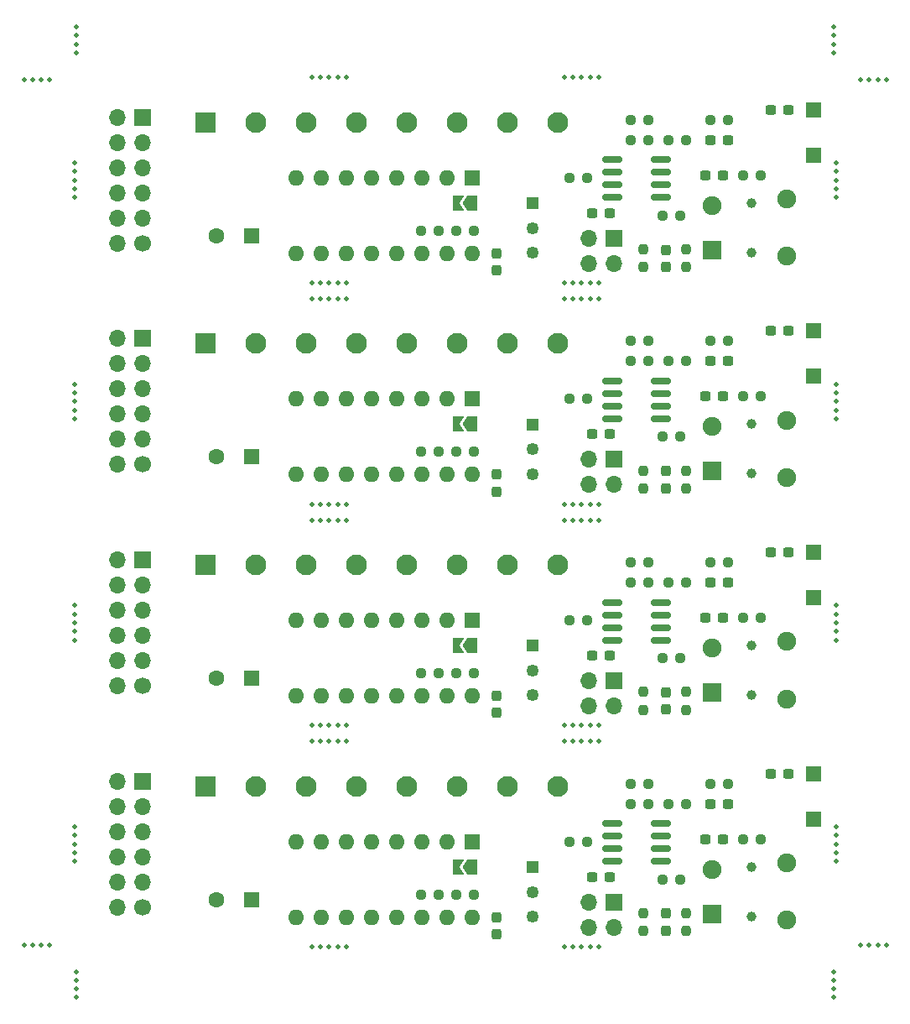
<source format=gbr>
%TF.GenerationSoftware,KiCad,Pcbnew,7.0.9*%
%TF.CreationDate,2023-12-02T23:05:05+09:00*%
%TF.ProjectId,kikit,6b696b69-742e-46b6-9963-61645f706362,rev?*%
%TF.SameCoordinates,Original*%
%TF.FileFunction,Soldermask,Top*%
%TF.FilePolarity,Negative*%
%FSLAX46Y46*%
G04 Gerber Fmt 4.6, Leading zero omitted, Abs format (unit mm)*
G04 Created by KiCad (PCBNEW 7.0.9) date 2023-12-02 23:05:05*
%MOMM*%
%LPD*%
G01*
G04 APERTURE LIST*
G04 Aperture macros list*
%AMRoundRect*
0 Rectangle with rounded corners*
0 $1 Rounding radius*
0 $2 $3 $4 $5 $6 $7 $8 $9 X,Y pos of 4 corners*
0 Add a 4 corners polygon primitive as box body*
4,1,4,$2,$3,$4,$5,$6,$7,$8,$9,$2,$3,0*
0 Add four circle primitives for the rounded corners*
1,1,$1+$1,$2,$3*
1,1,$1+$1,$4,$5*
1,1,$1+$1,$6,$7*
1,1,$1+$1,$8,$9*
0 Add four rect primitives between the rounded corners*
20,1,$1+$1,$2,$3,$4,$5,0*
20,1,$1+$1,$4,$5,$6,$7,0*
20,1,$1+$1,$6,$7,$8,$9,0*
20,1,$1+$1,$8,$9,$2,$3,0*%
%AMFreePoly0*
4,1,6,1.000000,0.000000,0.500000,-0.750000,-0.500000,-0.750000,-0.500000,0.750000,0.500000,0.750000,1.000000,0.000000,1.000000,0.000000,$1*%
%AMFreePoly1*
4,1,6,0.500000,-0.750000,-0.650000,-0.750000,-0.150000,0.000000,-0.650000,0.750000,0.500000,0.750000,0.500000,-0.750000,0.500000,-0.750000,$1*%
G04 Aperture macros list end*
%ADD10RoundRect,0.237500X0.300000X0.237500X-0.300000X0.237500X-0.300000X-0.237500X0.300000X-0.237500X0*%
%ADD11R,1.600000X1.600000*%
%ADD12O,1.600000X1.600000*%
%ADD13RoundRect,0.237500X0.250000X0.237500X-0.250000X0.237500X-0.250000X-0.237500X0.250000X-0.237500X0*%
%ADD14C,0.500000*%
%ADD15R,2.100000X2.100000*%
%ADD16C,2.100000*%
%ADD17RoundRect,0.237500X0.237500X-0.300000X0.237500X0.300000X-0.237500X0.300000X-0.237500X-0.300000X0*%
%ADD18C,1.000000*%
%ADD19R,1.900000X1.900000*%
%ADD20C,1.900000*%
%ADD21RoundRect,0.237500X-0.237500X0.300000X-0.237500X-0.300000X0.237500X-0.300000X0.237500X0.300000X0*%
%ADD22C,1.600000*%
%ADD23RoundRect,0.237500X-0.250000X-0.237500X0.250000X-0.237500X0.250000X0.237500X-0.250000X0.237500X0*%
%ADD24RoundRect,0.237500X-0.237500X0.250000X-0.237500X-0.250000X0.237500X-0.250000X0.237500X0.250000X0*%
%ADD25RoundRect,0.150000X0.825000X0.150000X-0.825000X0.150000X-0.825000X-0.150000X0.825000X-0.150000X0*%
%ADD26R,1.251000X1.251000*%
%ADD27C,1.251000*%
%ADD28R,1.500000X1.500000*%
%ADD29RoundRect,0.237500X-0.300000X-0.237500X0.300000X-0.237500X0.300000X0.237500X-0.300000X0.237500X0*%
%ADD30FreePoly0,180.000000*%
%ADD31FreePoly1,180.000000*%
%ADD32RoundRect,0.237500X0.237500X-0.250000X0.237500X0.250000X-0.237500X0.250000X-0.237500X-0.250000X0*%
%ADD33R,1.700000X1.700000*%
%ADD34O,1.700000X1.700000*%
%ADD35C,1.700000*%
G04 APERTURE END LIST*
D10*
%TO.C,C5*%
X182105000Y-29048000D03*
X180380000Y-29048000D03*
%TD*%
D11*
%TO.C,U1*%
X150239500Y-102876000D03*
D12*
X147699500Y-102876000D03*
X145159500Y-102876000D03*
X142619500Y-102876000D03*
X140079500Y-102876000D03*
X137539500Y-102876000D03*
X134999500Y-102876000D03*
X132459500Y-102876000D03*
X132459500Y-110496000D03*
X134999500Y-110496000D03*
X137539500Y-110496000D03*
X140079500Y-110496000D03*
X142619500Y-110496000D03*
X145159500Y-110496000D03*
X147699500Y-110496000D03*
X150239500Y-110496000D03*
%TD*%
D13*
%TO.C,R10*%
X171233000Y-62036000D03*
X169408000Y-62036000D03*
%TD*%
D14*
%TO.C,KiKit_MB_18_3*%
X159492333Y-91160000D03*
%TD*%
D10*
%TO.C,C7*%
X176009000Y-32096000D03*
X174284000Y-32096000D03*
%TD*%
D14*
%TO.C,KiKit_MB_20_3*%
X186927000Y-104870000D03*
%TD*%
%TO.C,KiKit_MB_17_4*%
X134882667Y-91160000D03*
%TD*%
%TO.C,KiKit_MB_27_6*%
X110273000Y-118565714D03*
%TD*%
D13*
%TO.C,R7*%
X171844500Y-54416000D03*
X170019500Y-54416000D03*
%TD*%
D14*
%TO.C,KiKit_MB_15_7*%
X134007667Y-70440000D03*
%TD*%
D15*
%TO.C,J4*%
X123330500Y-97278000D03*
D16*
X128410500Y-97278000D03*
X133490500Y-97278000D03*
X138570500Y-97278000D03*
X143650500Y-97278000D03*
X148730500Y-97278000D03*
X153810500Y-97278000D03*
X158890500Y-97278000D03*
%TD*%
D14*
%TO.C,KiKit_MB_21_3*%
X137507667Y-92760000D03*
%TD*%
%TO.C,KiKit_MB_8_4*%
X186927000Y-59355000D03*
%TD*%
%TO.C,KiKit_MB_15_4*%
X136632667Y-70440000D03*
%TD*%
%TO.C,KiKit_MB_27_4*%
X110273000Y-116851428D03*
%TD*%
%TO.C,KiKit_MB_6_3*%
X159492333Y-46520000D03*
%TD*%
D17*
%TO.C,C3*%
X169812500Y-111856500D03*
X169812500Y-110131500D03*
%TD*%
D14*
%TO.C,KiKit_MB_18_4*%
X160367333Y-91160000D03*
%TD*%
D10*
%TO.C,C4*%
X175501000Y-102612000D03*
X173776000Y-102612000D03*
%TD*%
D18*
%TO.C,J2*%
X178448500Y-110406000D03*
X178448500Y-105406000D03*
D19*
X174448500Y-110156000D03*
D20*
X174448500Y-105656000D03*
X181948500Y-110806000D03*
X181948500Y-105006000D03*
%TD*%
D11*
%TO.C,U1*%
X150239500Y-35916000D03*
D12*
X147699500Y-35916000D03*
X145159500Y-35916000D03*
X142619500Y-35916000D03*
X140079500Y-35916000D03*
X137539500Y-35916000D03*
X134999500Y-35916000D03*
X132459500Y-35916000D03*
X132459500Y-43536000D03*
X134999500Y-43536000D03*
X137539500Y-43536000D03*
X140079500Y-43536000D03*
X142619500Y-43536000D03*
X145159500Y-43536000D03*
X147699500Y-43536000D03*
X150239500Y-43536000D03*
%TD*%
D14*
%TO.C,KiKit_MB_7_3*%
X110073000Y-56730000D03*
%TD*%
D21*
%TO.C,C2*%
X152676000Y-110486000D03*
X152676000Y-112211000D03*
%TD*%
D11*
%TO.C,C1*%
X127912651Y-108708000D03*
D22*
X124412651Y-108708000D03*
%TD*%
D23*
%TO.C,R8*%
X160010000Y-35906000D03*
X161835000Y-35906000D03*
%TD*%
D17*
%TO.C,C3*%
X169812500Y-44896500D03*
X169812500Y-43171500D03*
%TD*%
D14*
%TO.C,KiKit_MB_11_6*%
X136632667Y-68840000D03*
%TD*%
%TO.C,KiKit_MB_3_6*%
X134882667Y-25800000D03*
%TD*%
%TO.C,KiKit_MB_9_3*%
X137507667Y-48120000D03*
%TD*%
%TO.C,KiKit_MB_4_5*%
X161242333Y-25800000D03*
%TD*%
%TO.C,KiKit_MB_26_6*%
X186727000Y-23285715D03*
%TD*%
D24*
%TO.C,R4*%
X171844500Y-65441500D03*
X171844500Y-67266500D03*
%TD*%
D10*
%TO.C,C7*%
X176009000Y-76736000D03*
X174284000Y-76736000D03*
%TD*%
D25*
%TO.C,U3*%
X169304500Y-104874500D03*
X169304500Y-103604500D03*
X169304500Y-102334500D03*
X169304500Y-101064500D03*
X164354500Y-101064500D03*
X164354500Y-102334500D03*
X164354500Y-103604500D03*
X164354500Y-104874500D03*
%TD*%
D23*
%TO.C,R2*%
X145009000Y-108200000D03*
X146834000Y-108200000D03*
%TD*%
D14*
%TO.C,KiKit_MB_10_4*%
X162117333Y-48120000D03*
%TD*%
%TO.C,KiKit_MB_2_4*%
X186927000Y-37035000D03*
%TD*%
D13*
%TO.C,R12*%
X176059000Y-97024000D03*
X174234000Y-97024000D03*
%TD*%
D14*
%TO.C,KiKit_MB_18_6*%
X162117333Y-91160000D03*
%TD*%
D23*
%TO.C,R8*%
X160010000Y-102866000D03*
X161835000Y-102866000D03*
%TD*%
D14*
%TO.C,KiKit_MB_2_6*%
X186927000Y-35285000D03*
%TD*%
D26*
%TO.C,RV1*%
X156350500Y-83126000D03*
D27*
X156350500Y-85626000D03*
X156350500Y-88126000D03*
%TD*%
D14*
%TO.C,KiKit_MB_14_3*%
X186927000Y-82550000D03*
%TD*%
%TO.C,KiKit_MB_21_4*%
X136632667Y-92760000D03*
%TD*%
%TO.C,KiKit_MB_16_3*%
X162992333Y-70440000D03*
%TD*%
D28*
%TO.C,GND*%
X184671500Y-33620000D03*
%TD*%
D29*
%TO.C,C6*%
X162346000Y-39462000D03*
X164071000Y-39462000D03*
%TD*%
D30*
%TO.C,JP1*%
X150239500Y-60766000D03*
D31*
X148789500Y-60766000D03*
%TD*%
D14*
%TO.C,KiKit_MB_1_5*%
X110073000Y-36160000D03*
%TD*%
%TO.C,KiKit_MB_20_4*%
X186927000Y-103995000D03*
%TD*%
%TO.C,KiKit_MB_5_6*%
X136632667Y-46520000D03*
%TD*%
%TO.C,KiKit_MB_29_5*%
X106701572Y-26000000D03*
%TD*%
D28*
%TO.C,TP1*%
X184671500Y-73688000D03*
%TD*%
D13*
%TO.C,R5*%
X179361000Y-80292000D03*
X177536000Y-80292000D03*
%TD*%
D23*
%TO.C,R11*%
X166209500Y-97024000D03*
X168034500Y-97024000D03*
%TD*%
D14*
%TO.C,KiKit_MB_15_6*%
X134882667Y-70440000D03*
%TD*%
%TO.C,KiKit_MB_18_5*%
X161242333Y-91160000D03*
%TD*%
%TO.C,KiKit_MB_26_3*%
X186727000Y-20714286D03*
%TD*%
%TO.C,KiKit_MB_6_4*%
X160367333Y-46520000D03*
%TD*%
%TO.C,KiKit_MB_29_3*%
X104987286Y-26000000D03*
%TD*%
D13*
%TO.C,R12*%
X176059000Y-74704000D03*
X174234000Y-74704000D03*
%TD*%
D14*
%TO.C,KiKit_MB_21_7*%
X134007667Y-92760000D03*
%TD*%
%TO.C,KiKit_MB_23_3*%
X134007667Y-113480000D03*
%TD*%
D25*
%TO.C,U3*%
X169304500Y-37914500D03*
X169304500Y-36644500D03*
X169304500Y-35374500D03*
X169304500Y-34104500D03*
X164354500Y-34104500D03*
X164354500Y-35374500D03*
X164354500Y-36644500D03*
X164354500Y-37914500D03*
%TD*%
D14*
%TO.C,KiKit_MB_12_7*%
X162992333Y-68840000D03*
%TD*%
D15*
%TO.C,J4*%
X123330500Y-30318000D03*
D16*
X128410500Y-30318000D03*
X133490500Y-30318000D03*
X138570500Y-30318000D03*
X143650500Y-30318000D03*
X148730500Y-30318000D03*
X153810500Y-30318000D03*
X158890500Y-30318000D03*
%TD*%
D14*
%TO.C,KiKit_MB_5_7*%
X137507667Y-46520000D03*
%TD*%
%TO.C,KiKit_MB_16_5*%
X161242333Y-70440000D03*
%TD*%
D29*
%TO.C,C6*%
X162346000Y-61782000D03*
X164071000Y-61782000D03*
%TD*%
D14*
%TO.C,KiKit_MB_18_7*%
X162992333Y-91160000D03*
%TD*%
D26*
%TO.C,RV1*%
X156350500Y-38486000D03*
D27*
X156350500Y-40986000D03*
X156350500Y-43486000D03*
%TD*%
D14*
%TO.C,KiKit_MB_19_7*%
X110073000Y-104870000D03*
%TD*%
D17*
%TO.C,C3*%
X169812500Y-67216500D03*
X169812500Y-65491500D03*
%TD*%
D29*
%TO.C,C6*%
X162346000Y-106422000D03*
X164071000Y-106422000D03*
%TD*%
D10*
%TO.C,C7*%
X176009000Y-54416000D03*
X174284000Y-54416000D03*
%TD*%
D14*
%TO.C,KiKit_MB_23_6*%
X136632667Y-113480000D03*
%TD*%
D23*
%TO.C,R1*%
X148565000Y-63560000D03*
X150390000Y-63560000D03*
%TD*%
D14*
%TO.C,KiKit_MB_32_6*%
X192012714Y-113280000D03*
%TD*%
D32*
%TO.C,R9*%
X167526500Y-111906500D03*
X167526500Y-110081500D03*
%TD*%
D10*
%TO.C,C5*%
X182105000Y-96008000D03*
X180380000Y-96008000D03*
%TD*%
D14*
%TO.C,KiKit_MB_7_6*%
X110073000Y-59355000D03*
%TD*%
%TO.C,KiKit_MB_28_6*%
X186727000Y-118565714D03*
%TD*%
%TO.C,KiKit_MB_16_4*%
X162117333Y-70440000D03*
%TD*%
%TO.C,KiKit_MB_13_3*%
X110073000Y-79050000D03*
%TD*%
%TO.C,KiKit_MB_29_4*%
X105844429Y-26000000D03*
%TD*%
%TO.C,KiKit_MB_7_7*%
X110073000Y-60230000D03*
%TD*%
%TO.C,KiKit_MB_30_4*%
X105844429Y-113280000D03*
%TD*%
%TO.C,KiKit_MB_21_5*%
X135757667Y-92760000D03*
%TD*%
%TO.C,KiKit_MB_17_3*%
X134007667Y-91160000D03*
%TD*%
D10*
%TO.C,C4*%
X175501000Y-80292000D03*
X173776000Y-80292000D03*
%TD*%
D14*
%TO.C,KiKit_MB_31_5*%
X191155571Y-26000000D03*
%TD*%
D13*
%TO.C,R10*%
X171233000Y-39716000D03*
X169408000Y-39716000D03*
%TD*%
D21*
%TO.C,C2*%
X152676000Y-88166000D03*
X152676000Y-89891000D03*
%TD*%
D14*
%TO.C,KiKit_MB_4_6*%
X160367333Y-25800000D03*
%TD*%
%TO.C,KiKit_MB_1_3*%
X110073000Y-34410000D03*
%TD*%
D33*
%TO.C,J1*%
X116980500Y-74450000D03*
D34*
X116980500Y-76990000D03*
X116980500Y-79530000D03*
X116980500Y-82070000D03*
X116980500Y-84610000D03*
D35*
X116980500Y-87150000D03*
D34*
X114440500Y-74450000D03*
X114440500Y-76990000D03*
X114440500Y-79530000D03*
X114440500Y-82070000D03*
X114440500Y-84610000D03*
X114440500Y-87150000D03*
%TD*%
D14*
%TO.C,KiKit_MB_14_4*%
X186927000Y-81675000D03*
%TD*%
%TO.C,KiKit_MB_25_5*%
X110273000Y-22428572D03*
%TD*%
%TO.C,KiKit_MB_20_5*%
X186927000Y-103120000D03*
%TD*%
%TO.C,KiKit_MB_20_7*%
X186927000Y-101370000D03*
%TD*%
%TO.C,KiKit_MB_17_7*%
X137507667Y-91160000D03*
%TD*%
D10*
%TO.C,C5*%
X182105000Y-73688000D03*
X180380000Y-73688000D03*
%TD*%
D26*
%TO.C,RV1*%
X156350500Y-60806000D03*
D27*
X156350500Y-63306000D03*
X156350500Y-65806000D03*
%TD*%
D13*
%TO.C,R12*%
X176059000Y-30064000D03*
X174234000Y-30064000D03*
%TD*%
D14*
%TO.C,KiKit_MB_17_6*%
X136632667Y-91160000D03*
%TD*%
%TO.C,KiKit_MB_8_6*%
X186927000Y-57605000D03*
%TD*%
%TO.C,KiKit_MB_31_6*%
X192012714Y-26000000D03*
%TD*%
%TO.C,KiKit_MB_29_6*%
X107558715Y-26000000D03*
%TD*%
D33*
%TO.C,J5*%
X164483500Y-86637000D03*
D34*
X164483500Y-89177000D03*
X161943500Y-86637000D03*
X161943500Y-89177000D03*
%TD*%
D14*
%TO.C,KiKit_MB_14_5*%
X186927000Y-80800000D03*
%TD*%
%TO.C,KiKit_MB_15_3*%
X137507667Y-70440000D03*
%TD*%
%TO.C,KiKit_MB_9_4*%
X136632667Y-48120000D03*
%TD*%
%TO.C,KiKit_MB_19_3*%
X110073000Y-101370000D03*
%TD*%
D24*
%TO.C,R4*%
X171844500Y-87761500D03*
X171844500Y-89586500D03*
%TD*%
D14*
%TO.C,KiKit_MB_1_6*%
X110073000Y-37035000D03*
%TD*%
%TO.C,KiKit_MB_10_5*%
X161242333Y-48120000D03*
%TD*%
D33*
%TO.C,J1*%
X116980500Y-29810000D03*
D34*
X116980500Y-32350000D03*
X116980500Y-34890000D03*
X116980500Y-37430000D03*
X116980500Y-39970000D03*
D35*
X116980500Y-42510000D03*
D34*
X114440500Y-29810000D03*
X114440500Y-32350000D03*
X114440500Y-34890000D03*
X114440500Y-37430000D03*
X114440500Y-39970000D03*
X114440500Y-42510000D03*
%TD*%
D23*
%TO.C,R11*%
X166209500Y-52384000D03*
X168034500Y-52384000D03*
%TD*%
D13*
%TO.C,R10*%
X171233000Y-84356000D03*
X169408000Y-84356000D03*
%TD*%
D14*
%TO.C,KiKit_MB_4_7*%
X159492333Y-25800000D03*
%TD*%
%TO.C,KiKit_MB_1_7*%
X110073000Y-37910000D03*
%TD*%
D23*
%TO.C,R1*%
X148565000Y-41240000D03*
X150390000Y-41240000D03*
%TD*%
D33*
%TO.C,J1*%
X116980500Y-96770000D03*
D34*
X116980500Y-99310000D03*
X116980500Y-101850000D03*
X116980500Y-104390000D03*
X116980500Y-106930000D03*
D35*
X116980500Y-109470000D03*
D34*
X114440500Y-96770000D03*
X114440500Y-99310000D03*
X114440500Y-101850000D03*
X114440500Y-104390000D03*
X114440500Y-106930000D03*
X114440500Y-109470000D03*
%TD*%
D11*
%TO.C,C1*%
X127912651Y-41748000D03*
D22*
X124412651Y-41748000D03*
%TD*%
D28*
%TO.C,GND*%
X184671500Y-78260000D03*
%TD*%
D14*
%TO.C,KiKit_MB_3_4*%
X136632667Y-25800000D03*
%TD*%
%TO.C,KiKit_MB_30_3*%
X104987286Y-113280000D03*
%TD*%
D33*
%TO.C,J5*%
X164483500Y-41997000D03*
D34*
X164483500Y-44537000D03*
X161943500Y-41997000D03*
X161943500Y-44537000D03*
%TD*%
D14*
%TO.C,KiKit_MB_1_4*%
X110073000Y-35285000D03*
%TD*%
%TO.C,KiKit_MB_5_4*%
X134882667Y-46520000D03*
%TD*%
D33*
%TO.C,J5*%
X164483500Y-108957000D03*
D34*
X164483500Y-111497000D03*
X161943500Y-108957000D03*
X161943500Y-111497000D03*
%TD*%
D14*
%TO.C,KiKit_MB_9_6*%
X134882667Y-48120000D03*
%TD*%
D28*
%TO.C,TP1*%
X184671500Y-29048000D03*
%TD*%
D14*
%TO.C,KiKit_MB_25_3*%
X110273000Y-20714286D03*
%TD*%
D30*
%TO.C,JP1*%
X150239500Y-105406000D03*
D31*
X148789500Y-105406000D03*
%TD*%
D23*
%TO.C,R8*%
X160010000Y-58226000D03*
X161835000Y-58226000D03*
%TD*%
D14*
%TO.C,KiKit_MB_6_7*%
X162992333Y-46520000D03*
%TD*%
D13*
%TO.C,R5*%
X179361000Y-57972000D03*
X177536000Y-57972000D03*
%TD*%
D14*
%TO.C,KiKit_MB_12_4*%
X160367333Y-68840000D03*
%TD*%
%TO.C,KiKit_MB_30_6*%
X107558715Y-113280000D03*
%TD*%
%TO.C,KiKit_MB_8_5*%
X186927000Y-58480000D03*
%TD*%
%TO.C,KiKit_MB_32_3*%
X189441285Y-113280000D03*
%TD*%
%TO.C,KiKit_MB_22_4*%
X162117333Y-92760000D03*
%TD*%
D30*
%TO.C,JP1*%
X150239500Y-38446000D03*
D31*
X148789500Y-38446000D03*
%TD*%
D15*
%TO.C,J4*%
X123330500Y-74958000D03*
D16*
X128410500Y-74958000D03*
X133490500Y-74958000D03*
X138570500Y-74958000D03*
X143650500Y-74958000D03*
X148730500Y-74958000D03*
X153810500Y-74958000D03*
X158890500Y-74958000D03*
%TD*%
D14*
%TO.C,KiKit_MB_32_5*%
X191155571Y-113280000D03*
%TD*%
%TO.C,KiKit_MB_11_5*%
X135757667Y-68840000D03*
%TD*%
D25*
%TO.C,U3*%
X169304500Y-82554500D03*
X169304500Y-81284500D03*
X169304500Y-80014500D03*
X169304500Y-78744500D03*
X164354500Y-78744500D03*
X164354500Y-80014500D03*
X164354500Y-81284500D03*
X164354500Y-82554500D03*
%TD*%
D28*
%TO.C,GND*%
X184671500Y-100580000D03*
%TD*%
D14*
%TO.C,KiKit_MB_21_6*%
X134882667Y-92760000D03*
%TD*%
%TO.C,KiKit_MB_16_6*%
X160367333Y-70440000D03*
%TD*%
D11*
%TO.C,C1*%
X127912651Y-64068000D03*
D22*
X124412651Y-64068000D03*
%TD*%
D14*
%TO.C,KiKit_MB_31_4*%
X190298428Y-26000000D03*
%TD*%
D10*
%TO.C,C4*%
X175501000Y-57972000D03*
X173776000Y-57972000D03*
%TD*%
D30*
%TO.C,JP1*%
X150239500Y-83086000D03*
D31*
X148789500Y-83086000D03*
%TD*%
D14*
%TO.C,KiKit_MB_28_4*%
X186727000Y-116851428D03*
%TD*%
D26*
%TO.C,RV1*%
X156350500Y-105446000D03*
D27*
X156350500Y-107946000D03*
X156350500Y-110446000D03*
%TD*%
D21*
%TO.C,C2*%
X152676000Y-65846000D03*
X152676000Y-67571000D03*
%TD*%
D14*
%TO.C,KiKit_MB_9_5*%
X135757667Y-48120000D03*
%TD*%
%TO.C,KiKit_MB_23_4*%
X134882667Y-113480000D03*
%TD*%
D15*
%TO.C,J4*%
X123330500Y-52638000D03*
D16*
X128410500Y-52638000D03*
X133490500Y-52638000D03*
X138570500Y-52638000D03*
X143650500Y-52638000D03*
X148730500Y-52638000D03*
X153810500Y-52638000D03*
X158890500Y-52638000D03*
%TD*%
D23*
%TO.C,R6*%
X166209500Y-99056000D03*
X168034500Y-99056000D03*
%TD*%
D14*
%TO.C,KiKit_MB_17_5*%
X135757667Y-91160000D03*
%TD*%
%TO.C,KiKit_MB_12_3*%
X159492333Y-68840000D03*
%TD*%
D23*
%TO.C,R6*%
X166209500Y-76736000D03*
X168034500Y-76736000D03*
%TD*%
D14*
%TO.C,KiKit_MB_27_5*%
X110273000Y-117708571D03*
%TD*%
D29*
%TO.C,C6*%
X162346000Y-84102000D03*
X164071000Y-84102000D03*
%TD*%
D14*
%TO.C,KiKit_MB_28_3*%
X186727000Y-115994285D03*
%TD*%
D11*
%TO.C,U1*%
X150239500Y-58236000D03*
D12*
X147699500Y-58236000D03*
X145159500Y-58236000D03*
X142619500Y-58236000D03*
X140079500Y-58236000D03*
X137539500Y-58236000D03*
X134999500Y-58236000D03*
X132459500Y-58236000D03*
X132459500Y-65856000D03*
X134999500Y-65856000D03*
X137539500Y-65856000D03*
X140079500Y-65856000D03*
X142619500Y-65856000D03*
X145159500Y-65856000D03*
X147699500Y-65856000D03*
X150239500Y-65856000D03*
%TD*%
D14*
%TO.C,KiKit_MB_3_5*%
X135757667Y-25800000D03*
%TD*%
%TO.C,KiKit_MB_28_5*%
X186727000Y-117708571D03*
%TD*%
D11*
%TO.C,C1*%
X127912651Y-86388000D03*
D22*
X124412651Y-86388000D03*
%TD*%
D14*
%TO.C,KiKit_MB_13_5*%
X110073000Y-80800000D03*
%TD*%
D28*
%TO.C,TP1*%
X184671500Y-51368000D03*
%TD*%
D14*
%TO.C,KiKit_MB_23_7*%
X137507667Y-113480000D03*
%TD*%
D11*
%TO.C,U1*%
X150239500Y-80556000D03*
D12*
X147699500Y-80556000D03*
X145159500Y-80556000D03*
X142619500Y-80556000D03*
X140079500Y-80556000D03*
X137539500Y-80556000D03*
X134999500Y-80556000D03*
X132459500Y-80556000D03*
X132459500Y-88176000D03*
X134999500Y-88176000D03*
X137539500Y-88176000D03*
X140079500Y-88176000D03*
X142619500Y-88176000D03*
X145159500Y-88176000D03*
X147699500Y-88176000D03*
X150239500Y-88176000D03*
%TD*%
D33*
%TO.C,J1*%
X116980500Y-52130000D03*
D34*
X116980500Y-54670000D03*
X116980500Y-57210000D03*
X116980500Y-59750000D03*
X116980500Y-62290000D03*
D35*
X116980500Y-64830000D03*
D34*
X114440500Y-52130000D03*
X114440500Y-54670000D03*
X114440500Y-57210000D03*
X114440500Y-59750000D03*
X114440500Y-62290000D03*
X114440500Y-64830000D03*
%TD*%
D14*
%TO.C,KiKit_MB_24_4*%
X160367333Y-113480000D03*
%TD*%
%TO.C,KiKit_MB_6_5*%
X161242333Y-46520000D03*
%TD*%
%TO.C,KiKit_MB_8_7*%
X186927000Y-56730000D03*
%TD*%
%TO.C,KiKit_MB_24_5*%
X161242333Y-113480000D03*
%TD*%
D23*
%TO.C,R2*%
X145009000Y-85880000D03*
X146834000Y-85880000D03*
%TD*%
D14*
%TO.C,KiKit_MB_2_7*%
X186927000Y-34410000D03*
%TD*%
%TO.C,KiKit_MB_14_7*%
X186927000Y-79050000D03*
%TD*%
%TO.C,KiKit_MB_2_3*%
X186927000Y-37910000D03*
%TD*%
D18*
%TO.C,J2*%
X178448500Y-43446000D03*
X178448500Y-38446000D03*
D19*
X174448500Y-43196000D03*
D20*
X174448500Y-38696000D03*
X181948500Y-43846000D03*
X181948500Y-38046000D03*
%TD*%
D14*
%TO.C,KiKit_MB_2_5*%
X186927000Y-36160000D03*
%TD*%
%TO.C,KiKit_MB_27_3*%
X110273000Y-115994285D03*
%TD*%
%TO.C,KiKit_MB_19_6*%
X110073000Y-103995000D03*
%TD*%
D21*
%TO.C,C2*%
X152676000Y-43526000D03*
X152676000Y-45251000D03*
%TD*%
D10*
%TO.C,C4*%
X175501000Y-35652000D03*
X173776000Y-35652000D03*
%TD*%
D14*
%TO.C,KiKit_MB_10_6*%
X160367333Y-48120000D03*
%TD*%
D10*
%TO.C,C5*%
X182105000Y-51368000D03*
X180380000Y-51368000D03*
%TD*%
D14*
%TO.C,KiKit_MB_11_7*%
X137507667Y-68840000D03*
%TD*%
D13*
%TO.C,R7*%
X171844500Y-99056000D03*
X170019500Y-99056000D03*
%TD*%
D14*
%TO.C,KiKit_MB_11_3*%
X134007667Y-68840000D03*
%TD*%
%TO.C,KiKit_MB_19_5*%
X110073000Y-103120000D03*
%TD*%
%TO.C,KiKit_MB_12_6*%
X162117333Y-68840000D03*
%TD*%
%TO.C,KiKit_MB_24_7*%
X162992333Y-113480000D03*
%TD*%
D23*
%TO.C,R1*%
X148565000Y-85880000D03*
X150390000Y-85880000D03*
%TD*%
D14*
%TO.C,KiKit_MB_8_3*%
X186927000Y-60230000D03*
%TD*%
%TO.C,KiKit_MB_19_4*%
X110073000Y-102245000D03*
%TD*%
%TO.C,KiKit_MB_30_5*%
X106701572Y-113280000D03*
%TD*%
%TO.C,KiKit_MB_12_5*%
X161242333Y-68840000D03*
%TD*%
D13*
%TO.C,R5*%
X179361000Y-102612000D03*
X177536000Y-102612000D03*
%TD*%
D14*
%TO.C,KiKit_MB_22_5*%
X161242333Y-92760000D03*
%TD*%
%TO.C,KiKit_MB_24_3*%
X159492333Y-113480000D03*
%TD*%
D33*
%TO.C,J5*%
X164483500Y-64317000D03*
D34*
X164483500Y-66857000D03*
X161943500Y-64317000D03*
X161943500Y-66857000D03*
%TD*%
D14*
%TO.C,KiKit_MB_10_3*%
X162992333Y-48120000D03*
%TD*%
%TO.C,KiKit_MB_32_4*%
X190298428Y-113280000D03*
%TD*%
%TO.C,KiKit_MB_3_3*%
X137507667Y-25800000D03*
%TD*%
D23*
%TO.C,R11*%
X166209500Y-74704000D03*
X168034500Y-74704000D03*
%TD*%
D14*
%TO.C,KiKit_MB_4_4*%
X162117333Y-25800000D03*
%TD*%
D13*
%TO.C,R7*%
X171844500Y-76736000D03*
X170019500Y-76736000D03*
%TD*%
D14*
%TO.C,KiKit_MB_11_4*%
X134882667Y-68840000D03*
%TD*%
%TO.C,KiKit_MB_13_6*%
X110073000Y-81675000D03*
%TD*%
D10*
%TO.C,C7*%
X176009000Y-99056000D03*
X174284000Y-99056000D03*
%TD*%
D14*
%TO.C,KiKit_MB_6_6*%
X162117333Y-46520000D03*
%TD*%
%TO.C,KiKit_MB_4_3*%
X162992333Y-25800000D03*
%TD*%
D25*
%TO.C,U3*%
X169304500Y-60234500D03*
X169304500Y-58964500D03*
X169304500Y-57694500D03*
X169304500Y-56424500D03*
X164354500Y-56424500D03*
X164354500Y-57694500D03*
X164354500Y-58964500D03*
X164354500Y-60234500D03*
%TD*%
D14*
%TO.C,KiKit_MB_13_4*%
X110073000Y-79925000D03*
%TD*%
D24*
%TO.C,R4*%
X171844500Y-110081500D03*
X171844500Y-111906500D03*
%TD*%
D14*
%TO.C,KiKit_MB_7_5*%
X110073000Y-58480000D03*
%TD*%
%TO.C,KiKit_MB_22_7*%
X159492333Y-92760000D03*
%TD*%
%TO.C,KiKit_MB_14_6*%
X186927000Y-79925000D03*
%TD*%
%TO.C,KiKit_MB_22_6*%
X160367333Y-92760000D03*
%TD*%
D13*
%TO.C,R5*%
X179361000Y-35652000D03*
X177536000Y-35652000D03*
%TD*%
D23*
%TO.C,R6*%
X166209500Y-54416000D03*
X168034500Y-54416000D03*
%TD*%
D14*
%TO.C,KiKit_MB_26_5*%
X186727000Y-22428572D03*
%TD*%
D13*
%TO.C,R10*%
X171233000Y-106676000D03*
X169408000Y-106676000D03*
%TD*%
D23*
%TO.C,R11*%
X166209500Y-30064000D03*
X168034500Y-30064000D03*
%TD*%
D14*
%TO.C,KiKit_MB_26_4*%
X186727000Y-21571429D03*
%TD*%
D17*
%TO.C,C3*%
X169812500Y-89536500D03*
X169812500Y-87811500D03*
%TD*%
D14*
%TO.C,KiKit_MB_5_3*%
X134007667Y-46520000D03*
%TD*%
D18*
%TO.C,J2*%
X178448500Y-65766000D03*
X178448500Y-60766000D03*
D19*
X174448500Y-65516000D03*
D20*
X174448500Y-61016000D03*
X181948500Y-66166000D03*
X181948500Y-60366000D03*
%TD*%
D23*
%TO.C,R2*%
X145009000Y-63560000D03*
X146834000Y-63560000D03*
%TD*%
D14*
%TO.C,KiKit_MB_7_4*%
X110073000Y-57605000D03*
%TD*%
%TO.C,KiKit_MB_20_6*%
X186927000Y-102245000D03*
%TD*%
%TO.C,KiKit_MB_9_7*%
X134007667Y-48120000D03*
%TD*%
%TO.C,KiKit_MB_5_5*%
X135757667Y-46520000D03*
%TD*%
%TO.C,KiKit_MB_24_6*%
X162117333Y-113480000D03*
%TD*%
D18*
%TO.C,J2*%
X178448500Y-88086000D03*
X178448500Y-83086000D03*
D19*
X174448500Y-87836000D03*
D20*
X174448500Y-83336000D03*
X181948500Y-88486000D03*
X181948500Y-82686000D03*
%TD*%
D14*
%TO.C,KiKit_MB_10_7*%
X159492333Y-48120000D03*
%TD*%
D23*
%TO.C,R8*%
X160010000Y-80546000D03*
X161835000Y-80546000D03*
%TD*%
D14*
%TO.C,KiKit_MB_23_5*%
X135757667Y-113480000D03*
%TD*%
D28*
%TO.C,GND*%
X184671500Y-55940000D03*
%TD*%
D32*
%TO.C,R9*%
X167526500Y-44946500D03*
X167526500Y-43121500D03*
%TD*%
D23*
%TO.C,R6*%
X166209500Y-32096000D03*
X168034500Y-32096000D03*
%TD*%
D14*
%TO.C,KiKit_MB_13_7*%
X110073000Y-82550000D03*
%TD*%
D32*
%TO.C,R9*%
X167526500Y-67266500D03*
X167526500Y-65441500D03*
%TD*%
D14*
%TO.C,KiKit_MB_31_3*%
X189441285Y-26000000D03*
%TD*%
D24*
%TO.C,R4*%
X171844500Y-43121500D03*
X171844500Y-44946500D03*
%TD*%
D14*
%TO.C,KiKit_MB_25_6*%
X110273000Y-23285715D03*
%TD*%
%TO.C,KiKit_MB_25_4*%
X110273000Y-21571429D03*
%TD*%
D32*
%TO.C,R9*%
X167526500Y-89586500D03*
X167526500Y-87761500D03*
%TD*%
D14*
%TO.C,KiKit_MB_16_7*%
X159492333Y-70440000D03*
%TD*%
%TO.C,KiKit_MB_22_3*%
X162992333Y-92760000D03*
%TD*%
D13*
%TO.C,R7*%
X171844500Y-32096000D03*
X170019500Y-32096000D03*
%TD*%
D28*
%TO.C,TP1*%
X184671500Y-96008000D03*
%TD*%
D23*
%TO.C,R1*%
X148565000Y-108200000D03*
X150390000Y-108200000D03*
%TD*%
D14*
%TO.C,KiKit_MB_15_5*%
X135757667Y-70440000D03*
%TD*%
D23*
%TO.C,R2*%
X145009000Y-41240000D03*
X146834000Y-41240000D03*
%TD*%
D14*
%TO.C,KiKit_MB_3_7*%
X134007667Y-25800000D03*
%TD*%
D13*
%TO.C,R12*%
X176059000Y-52384000D03*
X174234000Y-52384000D03*
%TD*%
M02*

</source>
